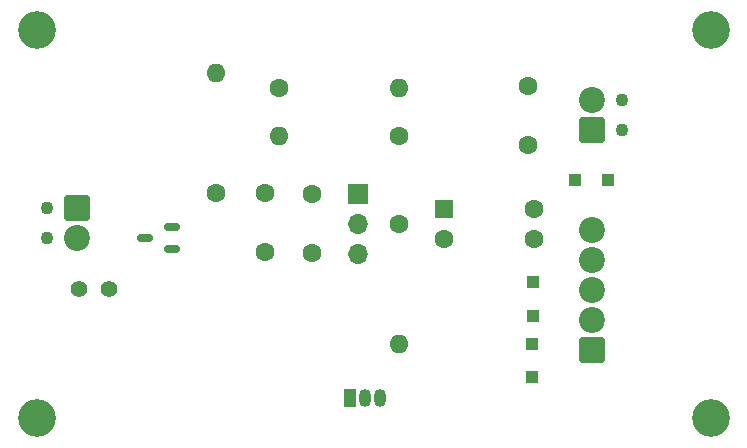
<source format=gts>
%TF.GenerationSoftware,KiCad,Pcbnew,9.0.1+1*%
%TF.CreationDate,2026-01-15T22:30:42+00:00*%
%TF.ProjectId,WALKIN_PIR_IF,57414c4b-494e-45f5-9049-525f49462e6b,B*%
%TF.SameCoordinates,Original*%
%TF.FileFunction,Soldermask,Top*%
%TF.FilePolarity,Negative*%
%FSLAX46Y46*%
G04 Gerber Fmt 4.6, Leading zero omitted, Abs format (unit mm)*
G04 Created by KiCad (PCBNEW 9.0.1+1) date 2026-01-15 22:30:42*
%MOMM*%
%LPD*%
G01*
G04 APERTURE LIST*
G04 Aperture macros list*
%AMRoundRect*
0 Rectangle with rounded corners*
0 $1 Rounding radius*
0 $2 $3 $4 $5 $6 $7 $8 $9 X,Y pos of 4 corners*
0 Add a 4 corners polygon primitive as box body*
4,1,4,$2,$3,$4,$5,$6,$7,$8,$9,$2,$3,0*
0 Add four circle primitives for the rounded corners*
1,1,$1+$1,$2,$3*
1,1,$1+$1,$4,$5*
1,1,$1+$1,$6,$7*
1,1,$1+$1,$8,$9*
0 Add four rect primitives between the rounded corners*
20,1,$1+$1,$2,$3,$4,$5,0*
20,1,$1+$1,$4,$5,$6,$7,0*
20,1,$1+$1,$6,$7,$8,$9,0*
20,1,$1+$1,$8,$9,$2,$3,0*%
G04 Aperture macros list end*
%ADD10RoundRect,0.249999X0.850001X-0.850001X0.850001X0.850001X-0.850001X0.850001X-0.850001X-0.850001X0*%
%ADD11C,2.200000*%
%ADD12C,1.600000*%
%ADD13RoundRect,0.250000X-0.550000X-0.550000X0.550000X-0.550000X0.550000X0.550000X-0.550000X0.550000X0*%
%ADD14RoundRect,0.150000X0.512500X0.150000X-0.512500X0.150000X-0.512500X-0.150000X0.512500X-0.150000X0*%
%ADD15RoundRect,0.250000X-0.300000X0.300000X-0.300000X-0.300000X0.300000X-0.300000X0.300000X0.300000X0*%
%ADD16RoundRect,0.250000X0.300000X0.300000X-0.300000X0.300000X-0.300000X-0.300000X0.300000X-0.300000X0*%
%ADD17O,1.600000X1.600000*%
%ADD18C,1.100000*%
%ADD19RoundRect,0.249999X-0.850001X0.850001X-0.850001X-0.850001X0.850001X-0.850001X0.850001X0.850001X0*%
%ADD20C,1.400000*%
%ADD21C,3.200000*%
%ADD22R,1.700000X1.700000*%
%ADD23O,1.700000X1.700000*%
%ADD24R,1.050000X1.500000*%
%ADD25O,1.050000X1.500000*%
G04 APERTURE END LIST*
D10*
%TO.C,J3*%
X173467500Y-108071101D03*
D11*
X173467500Y-105531101D03*
X173467500Y-102991101D03*
X173467500Y-100451101D03*
X173467500Y-97911101D03*
%TD*%
D12*
%TO.C,C1*%
X145770000Y-94781101D03*
X145770000Y-99781101D03*
%TD*%
%TO.C,C2*%
X149790000Y-94881101D03*
X149790000Y-99881101D03*
%TD*%
%TO.C,C3*%
X168060000Y-90770000D03*
X168060000Y-85770000D03*
%TD*%
D13*
%TO.C,U1*%
X160970000Y-96146101D03*
D12*
X160970000Y-98686101D03*
X168590000Y-98686101D03*
X168590000Y-96146101D03*
%TD*%
D14*
%TO.C,Q1*%
X137870000Y-99581101D03*
X137870000Y-97681101D03*
X135595000Y-98631101D03*
%TD*%
D15*
%TO.C,D2*%
X168410000Y-107610000D03*
X168410000Y-110410000D03*
%TD*%
D16*
%TO.C,D1*%
X174840000Y-93670000D03*
X172040000Y-93670000D03*
%TD*%
D12*
%TO.C,R3*%
X157120000Y-97450000D03*
D17*
X157120000Y-107610000D03*
%TD*%
D18*
%TO.C,J1*%
X127290000Y-96061101D03*
X127290000Y-98601101D03*
D19*
X129830000Y-96061101D03*
D11*
X129830000Y-98601101D03*
%TD*%
D20*
%TO.C,JP1*%
X130050000Y-102890000D03*
X132590000Y-102890000D03*
%TD*%
D21*
%TO.C,H1*%
X183525535Y-113885568D03*
%TD*%
%TO.C,H3*%
X183525535Y-80956635D03*
%TD*%
D12*
%TO.C,R1*%
X141670000Y-94821101D03*
D17*
X141670000Y-84661101D03*
%TD*%
D18*
%TO.C,J2*%
X176007500Y-89451101D03*
X176007500Y-86911101D03*
D10*
X173467500Y-89451101D03*
D11*
X173467500Y-86911101D03*
%TD*%
D21*
%TO.C,H4*%
X126455534Y-80956635D03*
%TD*%
D12*
%TO.C,R2*%
X146970000Y-85920000D03*
D17*
X157130000Y-85920000D03*
%TD*%
D21*
%TO.C,H2*%
X126455534Y-113885568D03*
%TD*%
D22*
%TO.C,S1*%
X153700000Y-94896101D03*
D23*
X153700000Y-97436101D03*
X153700000Y-99976101D03*
%TD*%
D24*
%TO.C,Q2*%
X153020000Y-112120000D03*
D25*
X154290000Y-112120000D03*
X155560000Y-112120000D03*
%TD*%
D12*
%TO.C,R4*%
X157130000Y-89950000D03*
D17*
X146970000Y-89950000D03*
%TD*%
D15*
%TO.C,D3*%
X168440000Y-102372500D03*
X168440000Y-105172500D03*
%TD*%
M02*

</source>
